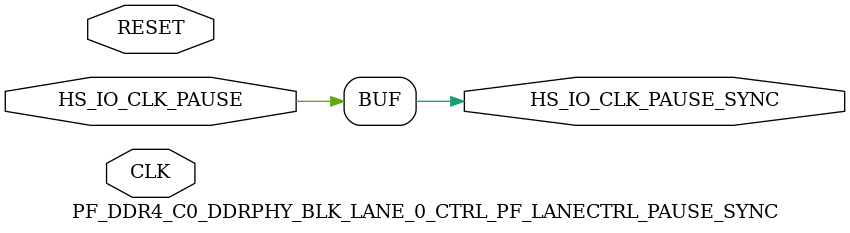
<source format=v>


module PF_DDR4_C0_DDRPHY_BLK_LANE_0_CTRL_PF_LANECTRL_PAUSE_SYNC( CLK, RESET, HS_IO_CLK_PAUSE, HS_IO_CLK_PAUSE_SYNC );
	
	input CLK, RESET, HS_IO_CLK_PAUSE;
	output HS_IO_CLK_PAUSE_SYNC;

	parameter ENABLE_PAUSE_EXTENSION = 2'b00;

	reg pause_reg_0, pause_reg_1, pause;
	wire pause_sync_0_i;

	generate 
		if( ENABLE_PAUSE_EXTENSION == 3'b000 ) begin : feed
			assign HS_IO_CLK_PAUSE_SYNC = HS_IO_CLK_PAUSE;
		end else if( ENABLE_PAUSE_EXTENSION == 3'b001 ) begin : pipe
			(* HS_IO_CLK_PAUSE_SYNC = 1, syn_keep = 1 *) SLE pause_sync_0(
				.CLK( CLK ),
				.D( HS_IO_CLK_PAUSE ),
				.Q( pause_sync_0_i ),
				.LAT( 1'b0 ),
				.EN( 1'b1 ),
				.ALn( ~RESET ),
				.ADn( 1'b1 ),
				.SLn( 1'b1 ),
				.SD( 1'b0 )
				);

			(* HS_IO_CLK_PAUSE_SYNC = 1, syn_keep = 1 *) SLE pause_sync (
				.CLK( CLK ),
				.D( pause_sync_0_i ),
				.Q( HS_IO_CLK_PAUSE_SYNC ),
				.LAT( 1'b0 ),
				.EN( 1'b1 ),
				.ALn( ~RESET ),
				.ADn( 1'b1 ),
				.SLn( 1'b1 ),
				.SD( 1'b0 )
				);
		end else if ( ENABLE_PAUSE_EXTENSION == 3'b010 ) begin : ext_pipe
			always @(posedge CLK or posedge RESET) begin : ext
				if( RESET == 1'b1 ) begin
					pause_reg_0 <= 1'b0;
					pause_reg_1 <= 1'b0;
					pause <= 1'b0;
				end else begin
					pause_reg_0 <= HS_IO_CLK_PAUSE;
					pause_reg_1 <= pause_reg_0;
					if( HS_IO_CLK_PAUSE == 1'b0 && pause_reg_0 ==1'b1 && pause_reg_1 == 1'b0 )
						pause <= 1'b1; // Extend by 1 cycle if the pulse is less than a cycle
					else
						pause <= HS_IO_CLK_PAUSE;
				end
			end

			(* HS_IO_CLK_PAUSE_SYNC = 1, syn_keep = 1 *) SLE pause_sync (
				.CLK( CLK ),
				.D( pause ),
				.Q( HS_IO_CLK_PAUSE_SYNC ),
				.LAT( 1'b0 ),
				.EN( 1'b1 ),
				.ALn( ~RESET ),
				.ADn( 1'b1 ),
				.SLn( 1'b1 ),
				.SD( 1'b0 )
				);
		end else if ( ENABLE_PAUSE_EXTENSION == 3'b011 ) begin : pipe_fall 
			(* HS_IO_CLK_PAUSE_SYNC = 1, syn_keep = 1 *) SLE pause_sync_0 (
				.CLK( CLK ),
				.D( HS_IO_CLK_PAUSE ),
				.Q( pause_sync_0_i ),
				.LAT( 1'b0 ),
				.EN( 1'b1 ),
				.ALn( ~RESET ),
				.ADn( 1'b1 ),
				.SLn( 1'b1 ),
				.SD( 1'b0 )
				);

			(* HS_IO_CLK_PAUSE_SYNC = 1, syn_keep = 1 *) SLE pause_sync (
				.CLK( ~CLK ),
				.D( pause_sync_0_i ),
				.Q( HS_IO_CLK_PAUSE_SYNC ),
				.LAT( 1'b0 ),
				.EN( 1'b1 ),
				.ALn( ~RESET ),
				.ADn( 1'b1 ),
				.SLn( 1'b1 ),
				.SD( 1'b0 )
				);
		end else if ( ENABLE_PAUSE_EXTENSION == 3'b100 ) begin : ext_pipe_fall 
			always @(posedge CLK or posedge RESET) begin : ext
				if( RESET == 1'b1 ) begin
					pause_reg_0 <= 1'b0;
					pause_reg_1 <= 1'b0;
					pause <= 1'b0;
				end else begin
					pause_reg_0 <= HS_IO_CLK_PAUSE;
					pause_reg_1 <= pause_reg_0;
					if( HS_IO_CLK_PAUSE == 1'b0 && pause_reg_0 ==1'b1 && pause_reg_1 == 1'b0 )
						pause <= 1'b1; // Extend by 1 cycle if the pulse is less than a cycle
					else
						pause <= HS_IO_CLK_PAUSE;
				end
			end

			(* HS_IO_CLK_PAUSE_SYNC = 1, syn_keep = 1 *) SLE pause_sync (
				.CLK( ~CLK ),
				.D( pause ),
				.Q( HS_IO_CLK_PAUSE_SYNC ),
				.LAT( 1'b0 ),
				.EN( 1'b1 ),
				.ALn( ~RESET ),
				.ADn( 1'b1 ),
				.SLn( 1'b1 ),
				.SD( 1'b0 )
				);
		end
	endgenerate

endmodule
</source>
